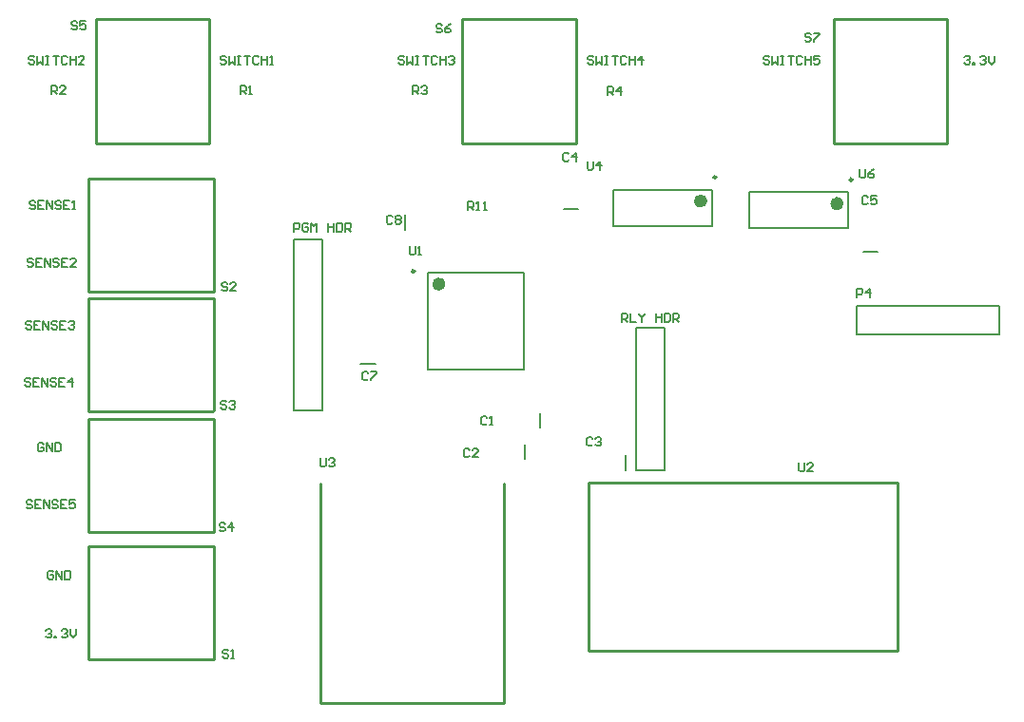
<source format=gto>
%FSLAX25Y25*%
%MOIN*%
G70*
G01*
G75*
G04 Layer_Color=65535*
%ADD10R,0.05906X0.03937*%
%ADD11R,0.03937X0.05906*%
%ADD12R,0.01181X0.06890*%
%ADD13R,0.06890X0.01181*%
%ADD14R,0.03937X0.05906*%
%ADD15R,0.05906X0.05118*%
%ADD16R,0.05118X0.05906*%
%ADD17R,0.02362X0.05709*%
%ADD18C,0.00700*%
%ADD19C,0.03000*%
%ADD20C,0.02000*%
%ADD21C,0.01000*%
%ADD22C,0.05512*%
%ADD23C,0.10000*%
%ADD24R,0.03937X0.03937*%
%ADD25C,0.03937*%
%ADD26C,0.05906*%
%ADD27R,0.05906X0.05906*%
%ADD28R,0.05906X0.05906*%
%ADD29C,0.03000*%
%ADD30R,0.03543X0.03740*%
%ADD31R,0.03543X0.03740*%
%ADD32C,0.02362*%
%ADD33C,0.00984*%
%ADD34C,0.00787*%
%ADD35C,0.00500*%
D21*
X28821Y187592D02*
X72604D01*
Y147992D02*
Y187592D01*
X28804Y147907D02*
X72545D01*
X28804Y147992D02*
Y187392D01*
X28821Y145659D02*
X72604D01*
Y106059D02*
Y145659D01*
X28804Y105974D02*
X72545D01*
X28804Y106059D02*
Y145459D01*
Y63370D02*
X72588D01*
X28804D02*
Y102970D01*
X28863Y103055D02*
X72604D01*
Y63570D02*
Y102970D01*
X28804Y19000D02*
X72588D01*
X28804D02*
Y58600D01*
X28863Y58685D02*
X72604D01*
Y19200D02*
Y58600D01*
X203971Y81004D02*
X312239D01*
Y21949D02*
Y81004D01*
X203971Y21949D02*
Y81004D01*
Y21949D02*
X312239D01*
X109962Y3395D02*
Y80560D01*
Y3395D02*
X174529D01*
Y80560D01*
X70968Y199769D02*
Y243553D01*
X31368Y199769D02*
X70968D01*
X31283Y199829D02*
Y243569D01*
X31368D02*
X70768D01*
X159889Y199786D02*
Y243569D01*
X199488D01*
X199574Y199769D02*
Y243510D01*
X160089Y199769D02*
X199488D01*
X289955Y199786D02*
Y243569D01*
X329556D01*
X329641Y199769D02*
Y243510D01*
X290156Y199769D02*
X329556D01*
D32*
X152767Y150519D02*
G03*
X152767Y150519I-1181J0D01*
G01*
X244533Y179678D02*
G03*
X244533Y179678I-1181J0D01*
G01*
X292327Y178768D02*
G03*
X292327Y178768I-1181J0D01*
G01*
D33*
X143122Y155047D02*
G03*
X143122Y155047I-492J0D01*
G01*
X248805Y188044D02*
G03*
X248805Y188044I-492J0D01*
G01*
X296599Y187135D02*
G03*
X296599Y187135I-492J0D01*
G01*
D34*
X147649Y120598D02*
X181507D01*
X147649Y154456D02*
X181507D01*
Y120598D02*
Y154456D01*
X147649Y120598D02*
Y154456D01*
X300268Y161805D02*
X305386D01*
X110744Y106114D02*
Y166114D01*
X100744Y106114D02*
Y166114D01*
Y106114D02*
X110744D01*
X100744Y166114D02*
X110744D01*
X348000Y133000D02*
Y143000D01*
X298000Y133000D02*
X348000D01*
X298000Y143000D02*
X348000D01*
X298000Y133000D02*
Y143000D01*
X186913Y100129D02*
Y105247D01*
X181757Y89162D02*
Y94280D01*
X217047Y85253D02*
Y90372D01*
X195444Y176957D02*
X200562D01*
X212644Y171017D02*
Y183615D01*
X247289Y171017D02*
Y183615D01*
X212644Y171017D02*
X247289D01*
X212644Y183615D02*
X247289D01*
X260437Y170107D02*
Y182705D01*
X295083Y170107D02*
Y182705D01*
X260437Y170107D02*
X295083D01*
X260437Y182705D02*
X295083D01*
X139635Y169605D02*
Y174723D01*
X124148Y122640D02*
X129266D01*
X220599Y85201D02*
X230598D01*
X220599D02*
Y135201D01*
X230598Y85201D02*
Y135201D01*
X220599D02*
X230598D01*
D35*
X142455Y217165D02*
Y220164D01*
X143954D01*
X144454Y219664D01*
Y218664D01*
X143954Y218164D01*
X142455D01*
X143454D02*
X144454Y217165D01*
X145454Y219664D02*
X145954Y220164D01*
X146953D01*
X147453Y219664D01*
Y219164D01*
X146953Y218664D01*
X146453D01*
X146953D01*
X147453Y218164D01*
Y217665D01*
X146953Y217165D01*
X145954D01*
X145454Y217665D01*
X15669Y217136D02*
Y220135D01*
X17169D01*
X17669Y219635D01*
Y218636D01*
X17169Y218136D01*
X15669D01*
X16669D02*
X17669Y217136D01*
X20668D02*
X18668D01*
X20668Y219136D01*
Y219635D01*
X20168Y220135D01*
X19168D01*
X18668Y219635D01*
X82020Y217126D02*
Y220125D01*
X83520D01*
X84019Y219625D01*
Y218625D01*
X83520Y218125D01*
X82020D01*
X83020D02*
X84019Y217126D01*
X85019D02*
X86019D01*
X85519D01*
Y220125D01*
X85019Y219625D01*
X298100Y145900D02*
Y148899D01*
X299600D01*
X300099Y148399D01*
Y147400D01*
X299600Y146900D01*
X298100D01*
X302599Y145900D02*
Y148899D01*
X301099Y147400D01*
X303098D01*
X215712Y137278D02*
Y140277D01*
X217212D01*
X217712Y139777D01*
Y138777D01*
X217212Y138277D01*
X215712D01*
X216712D02*
X217712Y137278D01*
X218711Y140277D02*
Y137278D01*
X220711D01*
X221710Y140277D02*
Y139777D01*
X222710Y138777D01*
X223710Y139777D01*
Y140277D01*
X222710Y138777D02*
Y137278D01*
X227708Y140277D02*
Y137278D01*
Y138777D01*
X229708D01*
Y140277D01*
Y137278D01*
X230708Y140277D02*
Y137278D01*
X232207D01*
X232707Y137778D01*
Y139777D01*
X232207Y140277D01*
X230708D01*
X233706Y137278D02*
Y140277D01*
X235206D01*
X235706Y139777D01*
Y138777D01*
X235206Y138277D01*
X233706D01*
X234706D02*
X235706Y137278D01*
X135373Y174146D02*
X134873Y174646D01*
X133874D01*
X133374Y174146D01*
Y172147D01*
X133874Y171647D01*
X134873D01*
X135373Y172147D01*
X136373Y174146D02*
X136873Y174646D01*
X137872D01*
X138372Y174146D01*
Y173646D01*
X137872Y173147D01*
X138372Y172647D01*
Y172147D01*
X137872Y171647D01*
X136873D01*
X136373Y172147D01*
Y172647D01*
X136873Y173147D01*
X136373Y173646D01*
Y174146D01*
X136873Y173147D02*
X137872D01*
X126758Y119268D02*
X126259Y119768D01*
X125259D01*
X124759Y119268D01*
Y117269D01*
X125259Y116769D01*
X126259D01*
X126758Y117269D01*
X127758Y119768D02*
X129757D01*
Y119268D01*
X127758Y117269D01*
Y116769D01*
X168523Y103530D02*
X168023Y104030D01*
X167024D01*
X166524Y103530D01*
Y101531D01*
X167024Y101031D01*
X168023D01*
X168523Y101531D01*
X169523Y101031D02*
X170522D01*
X170023D01*
Y104030D01*
X169523Y103530D01*
X162286Y92289D02*
X161786Y92788D01*
X160787D01*
X160287Y92289D01*
Y90289D01*
X160787Y89789D01*
X161786D01*
X162286Y90289D01*
X165285Y89789D02*
X163286D01*
X165285Y91789D01*
Y92289D01*
X164785Y92788D01*
X163786D01*
X163286Y92289D01*
X205399Y96199D02*
X204900Y96699D01*
X203900D01*
X203400Y96199D01*
Y94200D01*
X203900Y93700D01*
X204900D01*
X205399Y94200D01*
X206399Y96199D02*
X206899Y96699D01*
X207899D01*
X208398Y96199D01*
Y95699D01*
X207899Y95200D01*
X207399D01*
X207899D01*
X208398Y94700D01*
Y94200D01*
X207899Y93700D01*
X206899D01*
X206399Y94200D01*
X100844Y169015D02*
Y172013D01*
X102343D01*
X102843Y171514D01*
Y170514D01*
X102343Y170014D01*
X100844D01*
X105842Y171514D02*
X105342Y172013D01*
X104342D01*
X103842Y171514D01*
Y169514D01*
X104342Y169015D01*
X105342D01*
X105842Y169514D01*
Y170514D01*
X104842D01*
X106842Y169015D02*
Y172013D01*
X107841Y171014D01*
X108841Y172013D01*
Y169015D01*
X112840Y172013D02*
Y169015D01*
Y170514D01*
X114839D01*
Y172013D01*
Y169015D01*
X115839Y172013D02*
Y169015D01*
X117338D01*
X117838Y169514D01*
Y171514D01*
X117338Y172013D01*
X115839D01*
X118838Y169015D02*
Y172013D01*
X120337D01*
X120837Y171514D01*
Y170514D01*
X120337Y170014D01*
X118838D01*
X119837D02*
X120837Y169015D01*
X77749Y21826D02*
X77249Y22326D01*
X76249D01*
X75749Y21826D01*
Y21326D01*
X76249Y20826D01*
X77249D01*
X77749Y20326D01*
Y19826D01*
X77249Y19327D01*
X76249D01*
X75749Y19826D01*
X78748Y19327D02*
X79748D01*
X79248D01*
Y22326D01*
X78748Y21826D01*
X77522Y150551D02*
X77022Y151051D01*
X76022D01*
X75522Y150551D01*
Y150051D01*
X76022Y149551D01*
X77022D01*
X77522Y149052D01*
Y148552D01*
X77022Y148052D01*
X76022D01*
X75522Y148552D01*
X80521Y148052D02*
X78521D01*
X80521Y150051D01*
Y150551D01*
X80021Y151051D01*
X79021D01*
X78521Y150551D01*
X77142Y109055D02*
X76642Y109555D01*
X75642D01*
X75143Y109055D01*
Y108555D01*
X75642Y108055D01*
X76642D01*
X77142Y107556D01*
Y107056D01*
X76642Y106556D01*
X75642D01*
X75143Y107056D01*
X78142Y109055D02*
X78641Y109555D01*
X79641D01*
X80141Y109055D01*
Y108555D01*
X79641Y108055D01*
X79141D01*
X79641D01*
X80141Y107556D01*
Y107056D01*
X79641Y106556D01*
X78641D01*
X78142Y107056D01*
X76689Y66274D02*
X76189Y66774D01*
X75189D01*
X74689Y66274D01*
Y65774D01*
X75189Y65274D01*
X76189D01*
X76689Y64774D01*
Y64275D01*
X76189Y63775D01*
X75189D01*
X74689Y64275D01*
X79188Y63775D02*
Y66774D01*
X77688Y65274D01*
X79688D01*
X141351Y163846D02*
Y161346D01*
X141851Y160847D01*
X142851D01*
X143351Y161346D01*
Y163846D01*
X144350Y160847D02*
X145350D01*
X144850D01*
Y163846D01*
X144350Y163346D01*
X277864Y87860D02*
Y85361D01*
X278364Y84861D01*
X279363D01*
X279863Y85361D01*
Y87860D01*
X282862Y84861D02*
X280863D01*
X282862Y86860D01*
Y87360D01*
X282362Y87860D01*
X281363D01*
X280863Y87360D01*
X110004Y89459D02*
Y86960D01*
X110504Y86460D01*
X111504D01*
X112004Y86960D01*
Y89459D01*
X113003Y88959D02*
X113503Y89459D01*
X114503D01*
X115003Y88959D01*
Y88460D01*
X114503Y87960D01*
X114003D01*
X114503D01*
X115003Y87460D01*
Y86960D01*
X114503Y86460D01*
X113503D01*
X113003Y86960D01*
X197140Y196087D02*
X196640Y196587D01*
X195640D01*
X195140Y196087D01*
Y194088D01*
X195640Y193588D01*
X196640D01*
X197140Y194088D01*
X199639Y193588D02*
Y196587D01*
X198139Y195087D01*
X200139D01*
X301958Y180934D02*
X301459Y181434D01*
X300459D01*
X299959Y180934D01*
Y178935D01*
X300459Y178435D01*
X301459D01*
X301958Y178935D01*
X304957Y181434D02*
X302958D01*
Y179935D01*
X303958Y180435D01*
X304457D01*
X304957Y179935D01*
Y178935D01*
X304457Y178435D01*
X303458D01*
X302958Y178935D01*
X24733Y242271D02*
X24233Y242771D01*
X23233D01*
X22734Y242271D01*
Y241771D01*
X23233Y241271D01*
X24233D01*
X24733Y240772D01*
Y240272D01*
X24233Y239772D01*
X23233D01*
X22734Y240272D01*
X27732Y242771D02*
X25733D01*
Y241271D01*
X26732Y241771D01*
X27232D01*
X27732Y241271D01*
Y240272D01*
X27232Y239772D01*
X26232D01*
X25733Y240272D01*
X152647Y241226D02*
X152147Y241725D01*
X151147D01*
X150647Y241226D01*
Y240726D01*
X151147Y240226D01*
X152147D01*
X152647Y239726D01*
Y239226D01*
X152147Y238726D01*
X151147D01*
X150647Y239226D01*
X155646Y241725D02*
X154646Y241226D01*
X153646Y240226D01*
Y239226D01*
X154146Y238726D01*
X155146D01*
X155646Y239226D01*
Y239726D01*
X155146Y240226D01*
X153646D01*
X281919Y238070D02*
X281419Y238570D01*
X280419D01*
X279919Y238070D01*
Y237570D01*
X280419Y237070D01*
X281419D01*
X281919Y236571D01*
Y236071D01*
X281419Y235571D01*
X280419D01*
X279919Y236071D01*
X282918Y238570D02*
X284918D01*
Y238070D01*
X282918Y236071D01*
Y235571D01*
X203625Y193565D02*
Y191066D01*
X204124Y190566D01*
X205124D01*
X205624Y191066D01*
Y193565D01*
X208123Y190566D02*
Y193565D01*
X206624Y192066D01*
X208623D01*
X299161Y190783D02*
Y188284D01*
X299661Y187784D01*
X300661D01*
X301161Y188284D01*
Y190783D01*
X304160D02*
X303160Y190284D01*
X302160Y189284D01*
Y188284D01*
X302660Y187784D01*
X303660D01*
X304160Y188284D01*
Y188784D01*
X303660Y189284D01*
X302160D01*
X210768Y216760D02*
Y219759D01*
X212267D01*
X212767Y219259D01*
Y218260D01*
X212267Y217760D01*
X210768D01*
X211768D02*
X212767Y216760D01*
X215266D02*
Y219759D01*
X213767Y218260D01*
X215766D01*
X161893Y176409D02*
Y179408D01*
X163393D01*
X163892Y178908D01*
Y177908D01*
X163393Y177408D01*
X161893D01*
X162893D02*
X163892Y176409D01*
X164892D02*
X165892D01*
X165392D01*
Y179408D01*
X164892Y178908D01*
X167391Y176409D02*
X168391D01*
X167891D01*
Y179408D01*
X167391Y178908D01*
X12904Y94224D02*
X12404Y94723D01*
X11404D01*
X10904Y94224D01*
Y92224D01*
X11404Y91724D01*
X12404D01*
X12904Y92224D01*
Y93224D01*
X11904D01*
X13904Y91724D02*
Y94723D01*
X15903Y91724D01*
Y94723D01*
X16903D02*
Y91724D01*
X18402D01*
X18902Y92224D01*
Y94224D01*
X18402Y94723D01*
X16903D01*
X8938Y74314D02*
X8438Y74814D01*
X7439D01*
X6939Y74314D01*
Y73814D01*
X7439Y73314D01*
X8438D01*
X8938Y72815D01*
Y72315D01*
X8438Y71815D01*
X7439D01*
X6939Y72315D01*
X11937Y74814D02*
X9938D01*
Y71815D01*
X11937D01*
X9938Y73314D02*
X10938D01*
X12937Y71815D02*
Y74814D01*
X14936Y71815D01*
Y74814D01*
X17935Y74314D02*
X17435Y74814D01*
X16436D01*
X15936Y74314D01*
Y73814D01*
X16436Y73314D01*
X17435D01*
X17935Y72815D01*
Y72315D01*
X17435Y71815D01*
X16436D01*
X15936Y72315D01*
X20934Y74814D02*
X18935D01*
Y71815D01*
X20934D01*
X18935Y73314D02*
X19935D01*
X23933Y74814D02*
X21934D01*
Y73314D01*
X22934Y73814D01*
X23434D01*
X23933Y73314D01*
Y72315D01*
X23434Y71815D01*
X22434D01*
X21934Y72315D01*
X8534Y117047D02*
X8034Y117546D01*
X7034D01*
X6534Y117047D01*
Y116547D01*
X7034Y116047D01*
X8034D01*
X8534Y115547D01*
Y115047D01*
X8034Y114547D01*
X7034D01*
X6534Y115047D01*
X11533Y117546D02*
X9533D01*
Y114547D01*
X11533D01*
X9533Y116047D02*
X10533D01*
X12532Y114547D02*
Y117546D01*
X14532Y114547D01*
Y117546D01*
X17531Y117047D02*
X17031Y117546D01*
X16031D01*
X15531Y117047D01*
Y116547D01*
X16031Y116047D01*
X17031D01*
X17531Y115547D01*
Y115047D01*
X17031Y114547D01*
X16031D01*
X15531Y115047D01*
X20530Y117546D02*
X18530D01*
Y114547D01*
X20530D01*
X18530Y116047D02*
X19530D01*
X23029Y114547D02*
Y117546D01*
X21529Y116047D01*
X23529D01*
X8856Y137117D02*
X8356Y137617D01*
X7357D01*
X6857Y137117D01*
Y136617D01*
X7357Y136117D01*
X8356D01*
X8856Y135617D01*
Y135118D01*
X8356Y134618D01*
X7357D01*
X6857Y135118D01*
X11855Y137617D02*
X9856D01*
Y134618D01*
X11855D01*
X9856Y136117D02*
X10856D01*
X12855Y134618D02*
Y137617D01*
X14854Y134618D01*
Y137617D01*
X17853Y137117D02*
X17354Y137617D01*
X16354D01*
X15854Y137117D01*
Y136617D01*
X16354Y136117D01*
X17354D01*
X17853Y135617D01*
Y135118D01*
X17354Y134618D01*
X16354D01*
X15854Y135118D01*
X20852Y137617D02*
X18853D01*
Y134618D01*
X20852D01*
X18853Y136117D02*
X19853D01*
X21852Y137117D02*
X22352Y137617D01*
X23352D01*
X23851Y137117D01*
Y136617D01*
X23352Y136117D01*
X22852D01*
X23352D01*
X23851Y135617D01*
Y135118D01*
X23352Y134618D01*
X22352D01*
X21852Y135118D01*
X9343Y159132D02*
X8843Y159631D01*
X7843D01*
X7344Y159132D01*
Y158632D01*
X7843Y158132D01*
X8843D01*
X9343Y157632D01*
Y157132D01*
X8843Y156632D01*
X7843D01*
X7344Y157132D01*
X12342Y159631D02*
X10343D01*
Y156632D01*
X12342D01*
X10343Y158132D02*
X11342D01*
X13342Y156632D02*
Y159631D01*
X15341Y156632D01*
Y159631D01*
X18340Y159132D02*
X17840Y159631D01*
X16840D01*
X16341Y159132D01*
Y158632D01*
X16840Y158132D01*
X17840D01*
X18340Y157632D01*
Y157132D01*
X17840Y156632D01*
X16840D01*
X16341Y157132D01*
X21339Y159631D02*
X19340D01*
Y156632D01*
X21339D01*
X19340Y158132D02*
X20339D01*
X24338Y156632D02*
X22339D01*
X24338Y158632D01*
Y159132D01*
X23838Y159631D01*
X22839D01*
X22339Y159132D01*
X10152Y179203D02*
X9652Y179703D01*
X8653D01*
X8153Y179203D01*
Y178703D01*
X8653Y178203D01*
X9652D01*
X10152Y177703D01*
Y177204D01*
X9652Y176704D01*
X8653D01*
X8153Y177204D01*
X13151Y179703D02*
X11152D01*
Y176704D01*
X13151D01*
X11152Y178203D02*
X12151D01*
X14151Y176704D02*
Y179703D01*
X16150Y176704D01*
Y179703D01*
X19149Y179203D02*
X18649Y179703D01*
X17650D01*
X17150Y179203D01*
Y178703D01*
X17650Y178203D01*
X18649D01*
X19149Y177703D01*
Y177204D01*
X18649Y176704D01*
X17650D01*
X17150Y177204D01*
X22148Y179703D02*
X20149D01*
Y176704D01*
X22148D01*
X20149Y178203D02*
X21149D01*
X23148Y176704D02*
X24148D01*
X23648D01*
Y179703D01*
X23148Y179203D01*
X16465Y49468D02*
X15965Y49968D01*
X14965D01*
X14466Y49468D01*
Y47468D01*
X14965Y46969D01*
X15965D01*
X16465Y47468D01*
Y48468D01*
X15465D01*
X17465Y46969D02*
Y49968D01*
X19464Y46969D01*
Y49968D01*
X20464D02*
Y46969D01*
X21963D01*
X22463Y47468D01*
Y49468D01*
X21963Y49968D01*
X20464D01*
X13738Y28910D02*
X14238Y29410D01*
X15237D01*
X15737Y28910D01*
Y28410D01*
X15237Y27910D01*
X14738D01*
X15237D01*
X15737Y27411D01*
Y26911D01*
X15237Y26411D01*
X14238D01*
X13738Y26911D01*
X16737Y26411D02*
Y26911D01*
X17237D01*
Y26411D01*
X16737D01*
X19236Y28910D02*
X19736Y29410D01*
X20736D01*
X21236Y28910D01*
Y28410D01*
X20736Y27910D01*
X20236D01*
X20736D01*
X21236Y27411D01*
Y26911D01*
X20736Y26411D01*
X19736D01*
X19236Y26911D01*
X22235Y29410D02*
Y27411D01*
X23235Y26411D01*
X24235Y27411D01*
Y29410D01*
X77041Y230184D02*
X76541Y230684D01*
X75542D01*
X75042Y230184D01*
Y229684D01*
X75542Y229184D01*
X76541D01*
X77041Y228684D01*
Y228185D01*
X76541Y227685D01*
X75542D01*
X75042Y228185D01*
X78041Y230684D02*
Y227685D01*
X79040Y228684D01*
X80040Y227685D01*
Y230684D01*
X81040D02*
X82039D01*
X81540D01*
Y227685D01*
X81040D01*
X82039D01*
X83539Y230684D02*
X85538D01*
X84539D01*
Y227685D01*
X88537Y230184D02*
X88038Y230684D01*
X87038D01*
X86538Y230184D01*
Y228185D01*
X87038Y227685D01*
X88038D01*
X88537Y228185D01*
X89537Y230684D02*
Y227685D01*
Y229184D01*
X91536D01*
Y230684D01*
Y227685D01*
X92536D02*
X93536D01*
X93036D01*
Y230684D01*
X92536Y230184D01*
X9734D02*
X9234Y230684D01*
X8234D01*
X7734Y230184D01*
Y229684D01*
X8234Y229184D01*
X9234D01*
X9734Y228684D01*
Y228185D01*
X9234Y227685D01*
X8234D01*
X7734Y228185D01*
X10733Y230684D02*
Y227685D01*
X11733Y228684D01*
X12733Y227685D01*
Y230684D01*
X13732D02*
X14732D01*
X14232D01*
Y227685D01*
X13732D01*
X14732D01*
X16231Y230684D02*
X18231D01*
X17231D01*
Y227685D01*
X21230Y230184D02*
X20730Y230684D01*
X19730D01*
X19230Y230184D01*
Y228185D01*
X19730Y227685D01*
X20730D01*
X21230Y228185D01*
X22230Y230684D02*
Y227685D01*
Y229184D01*
X24229D01*
Y230684D01*
Y227685D01*
X27228D02*
X25229D01*
X27228Y229684D01*
Y230184D01*
X26728Y230684D01*
X25728D01*
X25229Y230184D01*
X139401D02*
X138901Y230684D01*
X137902D01*
X137402Y230184D01*
Y229684D01*
X137902Y229184D01*
X138901D01*
X139401Y228684D01*
Y228185D01*
X138901Y227685D01*
X137902D01*
X137402Y228185D01*
X140401Y230684D02*
Y227685D01*
X141401Y228684D01*
X142400Y227685D01*
Y230684D01*
X143400D02*
X144400D01*
X143900D01*
Y227685D01*
X143400D01*
X144400D01*
X145899Y230684D02*
X147898D01*
X146899D01*
Y227685D01*
X150898Y230184D02*
X150398Y230684D01*
X149398D01*
X148898Y230184D01*
Y228185D01*
X149398Y227685D01*
X150398D01*
X150898Y228185D01*
X151897Y230684D02*
Y227685D01*
Y229184D01*
X153897D01*
Y230684D01*
Y227685D01*
X154896Y230184D02*
X155396Y230684D01*
X156396D01*
X156896Y230184D01*
Y229684D01*
X156396Y229184D01*
X155896D01*
X156396D01*
X156896Y228684D01*
Y228185D01*
X156396Y227685D01*
X155396D01*
X154896Y228185D01*
X205743Y230184D02*
X205243Y230684D01*
X204243D01*
X203744Y230184D01*
Y229684D01*
X204243Y229184D01*
X205243D01*
X205743Y228684D01*
Y228185D01*
X205243Y227685D01*
X204243D01*
X203744Y228185D01*
X206743Y230684D02*
Y227685D01*
X207742Y228684D01*
X208742Y227685D01*
Y230684D01*
X209742D02*
X210741D01*
X210242D01*
Y227685D01*
X209742D01*
X210741D01*
X212241Y230684D02*
X214240D01*
X213241D01*
Y227685D01*
X217239Y230184D02*
X216740Y230684D01*
X215740D01*
X215240Y230184D01*
Y228185D01*
X215740Y227685D01*
X216740D01*
X217239Y228185D01*
X218239Y230684D02*
Y227685D01*
Y229184D01*
X220238D01*
Y230684D01*
Y227685D01*
X222738D02*
Y230684D01*
X221238Y229184D01*
X223237D01*
X267453Y230184D02*
X266953Y230684D01*
X265953D01*
X265453Y230184D01*
Y229684D01*
X265953Y229184D01*
X266953D01*
X267453Y228684D01*
Y228185D01*
X266953Y227685D01*
X265953D01*
X265453Y228185D01*
X268452Y230684D02*
Y227685D01*
X269452Y228684D01*
X270452Y227685D01*
Y230684D01*
X271451D02*
X272451D01*
X271951D01*
Y227685D01*
X271451D01*
X272451D01*
X273951Y230684D02*
X275950D01*
X274950D01*
Y227685D01*
X278949Y230184D02*
X278449Y230684D01*
X277449D01*
X276950Y230184D01*
Y228185D01*
X277449Y227685D01*
X278449D01*
X278949Y228185D01*
X279949Y230684D02*
Y227685D01*
Y229184D01*
X281948D01*
Y230684D01*
Y227685D01*
X284947Y230684D02*
X282948D01*
Y229184D01*
X283947Y229684D01*
X284447D01*
X284947Y229184D01*
Y228185D01*
X284447Y227685D01*
X283448D01*
X282948Y228185D01*
X335848Y230184D02*
X336348Y230684D01*
X337348D01*
X337848Y230184D01*
Y229684D01*
X337348Y229184D01*
X336848D01*
X337348D01*
X337848Y228684D01*
Y228185D01*
X337348Y227685D01*
X336348D01*
X335848Y228185D01*
X338847Y227685D02*
Y228185D01*
X339347D01*
Y227685D01*
X338847D01*
X341347Y230184D02*
X341846Y230684D01*
X342846D01*
X343346Y230184D01*
Y229684D01*
X342846Y229184D01*
X342346D01*
X342846D01*
X343346Y228684D01*
Y228185D01*
X342846Y227685D01*
X341846D01*
X341347Y228185D01*
X344346Y230684D02*
Y228684D01*
X345345Y227685D01*
X346345Y228684D01*
Y230684D01*
M02*

</source>
